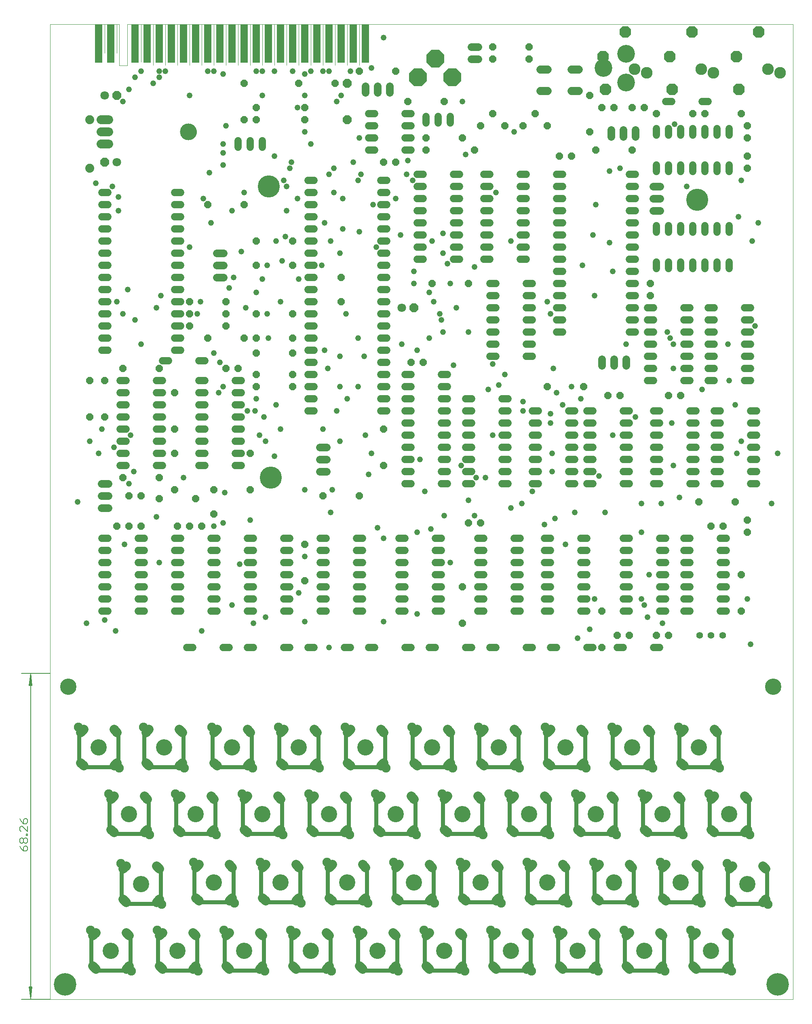
<source format=gts>
G75*
%MOIN*%
%OFA0B0*%
%FSLAX25Y25*%
%IPPOS*%
%LPD*%
%AMOC8*
5,1,8,0,0,1.08239X$1,22.5*
%
%ADD10C,0.00000*%
%ADD11C,0.00512*%
%ADD12C,0.00600*%
%ADD13C,0.06000*%
%ADD14C,0.07400*%
%ADD15C,0.13800*%
%ADD16OC8,0.06000*%
%ADD17OC8,0.07100*%
%ADD18C,0.07100*%
%ADD19OC8,0.09650*%
%ADD20C,0.09650*%
%ADD21OC8,0.14643*%
%ADD22R,0.06400X0.31800*%
%ADD23C,0.06400*%
%ADD24C,0.07400*%
%ADD25C,0.14643*%
%ADD26C,0.06800*%
%ADD27C,0.05556*%
%ADD28C,0.07493*%
%ADD29C,0.13398*%
%ADD30C,0.07600*%
%ADD31C,0.03200*%
%ADD32C,0.04762*%
%ADD33C,0.18580*%
%ADD34C,0.13461*%
%ADD35C,0.18186*%
D10*
X0028845Y0033933D02*
X0028845Y0837683D01*
X0073845Y0837683D01*
X0073845Y0813933D01*
X0083845Y0813933D02*
X0083845Y0837683D01*
X0073845Y0837683D01*
X0083845Y0837683D02*
X0085755Y0837683D01*
X0085755Y0803500D01*
X0092398Y0803500D01*
X0092398Y0837683D01*
X0103845Y0837683D01*
X0103845Y0806433D01*
X0113845Y0803933D02*
X0113845Y0837683D01*
X0103845Y0837683D02*
X0641266Y0837683D01*
X0641266Y0033933D01*
X0028845Y0033933D01*
X0136345Y0748933D02*
X0136347Y0749094D01*
X0136353Y0749254D01*
X0136363Y0749415D01*
X0136377Y0749575D01*
X0136395Y0749735D01*
X0136416Y0749894D01*
X0136442Y0750053D01*
X0136472Y0750211D01*
X0136505Y0750368D01*
X0136543Y0750525D01*
X0136584Y0750680D01*
X0136629Y0750834D01*
X0136678Y0750987D01*
X0136731Y0751139D01*
X0136787Y0751290D01*
X0136848Y0751439D01*
X0136911Y0751587D01*
X0136979Y0751733D01*
X0137050Y0751877D01*
X0137124Y0752019D01*
X0137202Y0752160D01*
X0137284Y0752298D01*
X0137369Y0752435D01*
X0137457Y0752569D01*
X0137549Y0752701D01*
X0137644Y0752831D01*
X0137742Y0752959D01*
X0137843Y0753084D01*
X0137947Y0753206D01*
X0138054Y0753326D01*
X0138164Y0753443D01*
X0138277Y0753558D01*
X0138393Y0753669D01*
X0138512Y0753778D01*
X0138633Y0753883D01*
X0138757Y0753986D01*
X0138883Y0754086D01*
X0139011Y0754182D01*
X0139142Y0754275D01*
X0139276Y0754365D01*
X0139411Y0754452D01*
X0139549Y0754535D01*
X0139688Y0754615D01*
X0139830Y0754691D01*
X0139973Y0754764D01*
X0140118Y0754833D01*
X0140265Y0754899D01*
X0140413Y0754961D01*
X0140563Y0755019D01*
X0140714Y0755074D01*
X0140867Y0755125D01*
X0141021Y0755172D01*
X0141176Y0755215D01*
X0141332Y0755254D01*
X0141488Y0755290D01*
X0141646Y0755321D01*
X0141804Y0755349D01*
X0141963Y0755373D01*
X0142123Y0755393D01*
X0142283Y0755409D01*
X0142443Y0755421D01*
X0142604Y0755429D01*
X0142765Y0755433D01*
X0142925Y0755433D01*
X0143086Y0755429D01*
X0143247Y0755421D01*
X0143407Y0755409D01*
X0143567Y0755393D01*
X0143727Y0755373D01*
X0143886Y0755349D01*
X0144044Y0755321D01*
X0144202Y0755290D01*
X0144358Y0755254D01*
X0144514Y0755215D01*
X0144669Y0755172D01*
X0144823Y0755125D01*
X0144976Y0755074D01*
X0145127Y0755019D01*
X0145277Y0754961D01*
X0145425Y0754899D01*
X0145572Y0754833D01*
X0145717Y0754764D01*
X0145860Y0754691D01*
X0146002Y0754615D01*
X0146141Y0754535D01*
X0146279Y0754452D01*
X0146414Y0754365D01*
X0146548Y0754275D01*
X0146679Y0754182D01*
X0146807Y0754086D01*
X0146933Y0753986D01*
X0147057Y0753883D01*
X0147178Y0753778D01*
X0147297Y0753669D01*
X0147413Y0753558D01*
X0147526Y0753443D01*
X0147636Y0753326D01*
X0147743Y0753206D01*
X0147847Y0753084D01*
X0147948Y0752959D01*
X0148046Y0752831D01*
X0148141Y0752701D01*
X0148233Y0752569D01*
X0148321Y0752435D01*
X0148406Y0752298D01*
X0148488Y0752160D01*
X0148566Y0752019D01*
X0148640Y0751877D01*
X0148711Y0751733D01*
X0148779Y0751587D01*
X0148842Y0751439D01*
X0148903Y0751290D01*
X0148959Y0751139D01*
X0149012Y0750987D01*
X0149061Y0750834D01*
X0149106Y0750680D01*
X0149147Y0750525D01*
X0149185Y0750368D01*
X0149218Y0750211D01*
X0149248Y0750053D01*
X0149274Y0749894D01*
X0149295Y0749735D01*
X0149313Y0749575D01*
X0149327Y0749415D01*
X0149337Y0749254D01*
X0149343Y0749094D01*
X0149345Y0748933D01*
X0149343Y0748772D01*
X0149337Y0748612D01*
X0149327Y0748451D01*
X0149313Y0748291D01*
X0149295Y0748131D01*
X0149274Y0747972D01*
X0149248Y0747813D01*
X0149218Y0747655D01*
X0149185Y0747498D01*
X0149147Y0747341D01*
X0149106Y0747186D01*
X0149061Y0747032D01*
X0149012Y0746879D01*
X0148959Y0746727D01*
X0148903Y0746576D01*
X0148842Y0746427D01*
X0148779Y0746279D01*
X0148711Y0746133D01*
X0148640Y0745989D01*
X0148566Y0745847D01*
X0148488Y0745706D01*
X0148406Y0745568D01*
X0148321Y0745431D01*
X0148233Y0745297D01*
X0148141Y0745165D01*
X0148046Y0745035D01*
X0147948Y0744907D01*
X0147847Y0744782D01*
X0147743Y0744660D01*
X0147636Y0744540D01*
X0147526Y0744423D01*
X0147413Y0744308D01*
X0147297Y0744197D01*
X0147178Y0744088D01*
X0147057Y0743983D01*
X0146933Y0743880D01*
X0146807Y0743780D01*
X0146679Y0743684D01*
X0146548Y0743591D01*
X0146414Y0743501D01*
X0146279Y0743414D01*
X0146141Y0743331D01*
X0146002Y0743251D01*
X0145860Y0743175D01*
X0145717Y0743102D01*
X0145572Y0743033D01*
X0145425Y0742967D01*
X0145277Y0742905D01*
X0145127Y0742847D01*
X0144976Y0742792D01*
X0144823Y0742741D01*
X0144669Y0742694D01*
X0144514Y0742651D01*
X0144358Y0742612D01*
X0144202Y0742576D01*
X0144044Y0742545D01*
X0143886Y0742517D01*
X0143727Y0742493D01*
X0143567Y0742473D01*
X0143407Y0742457D01*
X0143247Y0742445D01*
X0143086Y0742437D01*
X0142925Y0742433D01*
X0142765Y0742433D01*
X0142604Y0742437D01*
X0142443Y0742445D01*
X0142283Y0742457D01*
X0142123Y0742473D01*
X0141963Y0742493D01*
X0141804Y0742517D01*
X0141646Y0742545D01*
X0141488Y0742576D01*
X0141332Y0742612D01*
X0141176Y0742651D01*
X0141021Y0742694D01*
X0140867Y0742741D01*
X0140714Y0742792D01*
X0140563Y0742847D01*
X0140413Y0742905D01*
X0140265Y0742967D01*
X0140118Y0743033D01*
X0139973Y0743102D01*
X0139830Y0743175D01*
X0139688Y0743251D01*
X0139549Y0743331D01*
X0139411Y0743414D01*
X0139276Y0743501D01*
X0139142Y0743591D01*
X0139011Y0743684D01*
X0138883Y0743780D01*
X0138757Y0743880D01*
X0138633Y0743983D01*
X0138512Y0744088D01*
X0138393Y0744197D01*
X0138277Y0744308D01*
X0138164Y0744423D01*
X0138054Y0744540D01*
X0137947Y0744660D01*
X0137843Y0744782D01*
X0137742Y0744907D01*
X0137644Y0745035D01*
X0137549Y0745165D01*
X0137457Y0745297D01*
X0137369Y0745431D01*
X0137284Y0745568D01*
X0137202Y0745706D01*
X0137124Y0745847D01*
X0137050Y0745989D01*
X0136979Y0746133D01*
X0136911Y0746279D01*
X0136848Y0746427D01*
X0136787Y0746576D01*
X0136731Y0746727D01*
X0136678Y0746879D01*
X0136629Y0747032D01*
X0136584Y0747186D01*
X0136543Y0747341D01*
X0136505Y0747498D01*
X0136472Y0747655D01*
X0136442Y0747813D01*
X0136416Y0747972D01*
X0136395Y0748131D01*
X0136377Y0748291D01*
X0136363Y0748451D01*
X0136353Y0748612D01*
X0136347Y0748772D01*
X0136345Y0748933D01*
X0133845Y0803933D02*
X0133845Y0837683D01*
X0123845Y0837683D02*
X0123845Y0803933D01*
X0143845Y0803933D02*
X0143845Y0837683D01*
X0153845Y0837683D02*
X0153845Y0803933D01*
X0163845Y0803933D02*
X0163845Y0837683D01*
X0173845Y0837683D02*
X0173845Y0803933D01*
X0183845Y0803933D02*
X0183845Y0837683D01*
X0193845Y0837683D02*
X0193845Y0803933D01*
X0203845Y0803933D02*
X0203845Y0837683D01*
X0213845Y0837683D02*
X0213845Y0803933D01*
X0223845Y0803933D02*
X0223845Y0837683D01*
X0233845Y0837683D02*
X0233845Y0803933D01*
X0243845Y0803933D02*
X0243845Y0837683D01*
X0253845Y0837683D02*
X0253845Y0803933D01*
X0263845Y0803933D02*
X0263845Y0837683D01*
X0273845Y0837683D02*
X0273845Y0803933D01*
X0283845Y0803933D02*
X0283845Y0837683D01*
D11*
X0028845Y0033933D02*
X0004918Y0033933D01*
X0012595Y0034189D02*
X0013619Y0044169D01*
X0013852Y0044169D02*
X0012595Y0034189D01*
X0011572Y0044169D01*
X0011338Y0044169D02*
X0013852Y0044169D01*
X0013107Y0044169D02*
X0012595Y0034189D01*
X0012083Y0044169D01*
X0011338Y0044169D02*
X0012595Y0034189D01*
X0012595Y0302427D01*
X0013619Y0292447D01*
X0013852Y0292447D02*
X0012595Y0302427D01*
X0011572Y0292447D01*
X0011338Y0292447D02*
X0013852Y0292447D01*
X0013107Y0292447D02*
X0012595Y0302427D01*
X0012083Y0292447D01*
X0011338Y0292447D02*
X0012595Y0302427D01*
X0004918Y0302683D02*
X0028845Y0302683D01*
D12*
X0008966Y0182962D02*
X0007898Y0182962D01*
X0006831Y0181895D01*
X0006831Y0178692D01*
X0008966Y0178692D01*
X0010033Y0179760D01*
X0010033Y0181895D01*
X0008966Y0182962D01*
X0004695Y0180827D02*
X0006831Y0178692D01*
X0005763Y0176517D02*
X0010033Y0172247D01*
X0010033Y0176517D01*
X0005763Y0176517D02*
X0004695Y0176517D01*
X0003628Y0175449D01*
X0003628Y0173314D01*
X0004695Y0172247D01*
X0008966Y0170091D02*
X0010033Y0170091D01*
X0010033Y0169024D01*
X0008966Y0169024D01*
X0008966Y0170091D01*
X0008966Y0166849D02*
X0010033Y0165781D01*
X0010033Y0163646D01*
X0008966Y0162578D01*
X0007898Y0162578D01*
X0006831Y0163646D01*
X0006831Y0165781D01*
X0007898Y0166849D01*
X0008966Y0166849D01*
X0006831Y0165781D02*
X0005763Y0166849D01*
X0004695Y0166849D01*
X0003628Y0165781D01*
X0003628Y0163646D01*
X0004695Y0162578D01*
X0005763Y0162578D01*
X0006831Y0163646D01*
X0007898Y0160403D02*
X0006831Y0159336D01*
X0006831Y0156133D01*
X0008966Y0156133D01*
X0010033Y0157201D01*
X0010033Y0159336D01*
X0008966Y0160403D01*
X0007898Y0160403D01*
X0004695Y0158268D02*
X0006831Y0156133D01*
X0004695Y0158268D02*
X0003628Y0160403D01*
X0004695Y0180827D02*
X0003628Y0182962D01*
D13*
X0071245Y0353933D02*
X0076445Y0353933D01*
X0076445Y0363933D02*
X0071245Y0363933D01*
X0071245Y0373933D02*
X0076445Y0373933D01*
X0076445Y0383933D02*
X0071245Y0383933D01*
X0071245Y0393933D02*
X0076445Y0393933D01*
X0076445Y0403933D02*
X0071245Y0403933D01*
X0071245Y0413933D02*
X0076445Y0413933D01*
X0101245Y0413933D02*
X0106445Y0413933D01*
X0106445Y0403933D02*
X0101245Y0403933D01*
X0101245Y0393933D02*
X0106445Y0393933D01*
X0106445Y0383933D02*
X0101245Y0383933D01*
X0101245Y0373933D02*
X0106445Y0373933D01*
X0106445Y0363933D02*
X0101245Y0363933D01*
X0101245Y0353933D02*
X0106445Y0353933D01*
X0131245Y0353933D02*
X0136445Y0353933D01*
X0136445Y0363933D02*
X0131245Y0363933D01*
X0131245Y0373933D02*
X0136445Y0373933D01*
X0136445Y0383933D02*
X0131245Y0383933D01*
X0131245Y0393933D02*
X0136445Y0393933D01*
X0136445Y0403933D02*
X0131245Y0403933D01*
X0131245Y0413933D02*
X0136445Y0413933D01*
X0161245Y0413933D02*
X0166445Y0413933D01*
X0166445Y0403933D02*
X0161245Y0403933D01*
X0161245Y0393933D02*
X0166445Y0393933D01*
X0166445Y0383933D02*
X0161245Y0383933D01*
X0161245Y0373933D02*
X0166445Y0373933D01*
X0166445Y0363933D02*
X0161245Y0363933D01*
X0161245Y0353933D02*
X0166445Y0353933D01*
X0191245Y0353933D02*
X0196445Y0353933D01*
X0196445Y0363933D02*
X0191245Y0363933D01*
X0191245Y0373933D02*
X0196445Y0373933D01*
X0196445Y0383933D02*
X0191245Y0383933D01*
X0191245Y0393933D02*
X0196445Y0393933D01*
X0196445Y0403933D02*
X0191245Y0403933D01*
X0191245Y0413933D02*
X0196445Y0413933D01*
X0221245Y0413933D02*
X0226445Y0413933D01*
X0226445Y0403933D02*
X0221245Y0403933D01*
X0221245Y0393933D02*
X0226445Y0393933D01*
X0226445Y0383933D02*
X0221245Y0383933D01*
X0221245Y0373933D02*
X0226445Y0373933D01*
X0226445Y0363933D02*
X0221245Y0363933D01*
X0221245Y0353933D02*
X0226445Y0353933D01*
X0251245Y0353933D02*
X0256445Y0353933D01*
X0256445Y0363933D02*
X0251245Y0363933D01*
X0251245Y0373933D02*
X0256445Y0373933D01*
X0256445Y0383933D02*
X0251245Y0383933D01*
X0251245Y0393933D02*
X0256445Y0393933D01*
X0256445Y0403933D02*
X0251245Y0403933D01*
X0251245Y0413933D02*
X0256445Y0413933D01*
X0281245Y0413933D02*
X0286445Y0413933D01*
X0286445Y0403933D02*
X0281245Y0403933D01*
X0281245Y0393933D02*
X0286445Y0393933D01*
X0286445Y0383933D02*
X0281245Y0383933D01*
X0281245Y0373933D02*
X0286445Y0373933D01*
X0286445Y0363933D02*
X0281245Y0363933D01*
X0281245Y0353933D02*
X0286445Y0353933D01*
X0291245Y0323933D02*
X0296445Y0323933D01*
X0276445Y0323933D02*
X0271245Y0323933D01*
X0246445Y0323933D02*
X0241245Y0323933D01*
X0226445Y0323933D02*
X0221245Y0323933D01*
X0196445Y0323933D02*
X0191245Y0323933D01*
X0176445Y0323933D02*
X0171245Y0323933D01*
X0146445Y0323933D02*
X0141245Y0323933D01*
X0151245Y0473933D02*
X0156445Y0473933D01*
X0156445Y0483933D02*
X0151245Y0483933D01*
X0151245Y0493933D02*
X0156445Y0493933D01*
X0156445Y0503933D02*
X0151245Y0503933D01*
X0151245Y0513933D02*
X0156445Y0513933D01*
X0156445Y0523933D02*
X0151245Y0523933D01*
X0151245Y0533933D02*
X0156445Y0533933D01*
X0156445Y0543933D02*
X0151245Y0543933D01*
X0151245Y0560183D02*
X0156445Y0560183D01*
X0136445Y0568933D02*
X0131245Y0568933D01*
X0126445Y0560183D02*
X0121245Y0560183D01*
X0121445Y0543933D02*
X0116245Y0543933D01*
X0116245Y0533933D02*
X0121445Y0533933D01*
X0121445Y0523933D02*
X0116245Y0523933D01*
X0116245Y0513933D02*
X0121445Y0513933D01*
X0121445Y0503933D02*
X0116245Y0503933D01*
X0116245Y0493933D02*
X0121445Y0493933D01*
X0121445Y0483933D02*
X0116245Y0483933D01*
X0116245Y0473933D02*
X0121445Y0473933D01*
X0091445Y0473933D02*
X0086245Y0473933D01*
X0086245Y0483933D02*
X0091445Y0483933D01*
X0091445Y0493933D02*
X0086245Y0493933D01*
X0086245Y0503933D02*
X0091445Y0503933D01*
X0091445Y0513933D02*
X0086245Y0513933D01*
X0086245Y0523933D02*
X0091445Y0523933D01*
X0091445Y0533933D02*
X0086245Y0533933D01*
X0086245Y0543933D02*
X0091445Y0543933D01*
X0076445Y0568933D02*
X0071245Y0568933D01*
X0071245Y0578933D02*
X0076445Y0578933D01*
X0076445Y0588933D02*
X0071245Y0588933D01*
X0071245Y0598933D02*
X0076445Y0598933D01*
X0076445Y0608933D02*
X0071245Y0608933D01*
X0071245Y0618933D02*
X0076445Y0618933D01*
X0076445Y0628933D02*
X0071245Y0628933D01*
X0071245Y0638933D02*
X0076445Y0638933D01*
X0076445Y0648933D02*
X0071245Y0648933D01*
X0071245Y0658933D02*
X0076445Y0658933D01*
X0076445Y0668933D02*
X0071245Y0668933D01*
X0071245Y0678933D02*
X0076445Y0678933D01*
X0076445Y0688933D02*
X0071245Y0688933D01*
X0071245Y0698933D02*
X0076445Y0698933D01*
X0131245Y0698933D02*
X0136445Y0698933D01*
X0136445Y0688933D02*
X0131245Y0688933D01*
X0131245Y0678933D02*
X0136445Y0678933D01*
X0136445Y0668933D02*
X0131245Y0668933D01*
X0131245Y0658933D02*
X0136445Y0658933D01*
X0136445Y0648933D02*
X0131245Y0648933D01*
X0131245Y0638933D02*
X0136445Y0638933D01*
X0136445Y0628933D02*
X0131245Y0628933D01*
X0131245Y0618933D02*
X0136445Y0618933D01*
X0136445Y0608933D02*
X0131245Y0608933D01*
X0131245Y0598933D02*
X0136445Y0598933D01*
X0136445Y0588933D02*
X0131245Y0588933D01*
X0131245Y0578933D02*
X0136445Y0578933D01*
X0181245Y0543933D02*
X0186445Y0543933D01*
X0186445Y0533933D02*
X0181245Y0533933D01*
X0181245Y0523933D02*
X0186445Y0523933D01*
X0186445Y0513933D02*
X0181245Y0513933D01*
X0181245Y0503933D02*
X0186445Y0503933D01*
X0186445Y0493933D02*
X0181245Y0493933D01*
X0181245Y0483933D02*
X0186445Y0483933D01*
X0186445Y0473933D02*
X0181245Y0473933D01*
X0241245Y0518933D02*
X0246445Y0518933D01*
X0246445Y0528933D02*
X0241245Y0528933D01*
X0241245Y0538933D02*
X0246445Y0538933D01*
X0246445Y0548933D02*
X0241245Y0548933D01*
X0241245Y0558933D02*
X0246445Y0558933D01*
X0246445Y0568933D02*
X0241245Y0568933D01*
X0241245Y0578933D02*
X0246445Y0578933D01*
X0246445Y0588933D02*
X0241245Y0588933D01*
X0241245Y0598933D02*
X0246445Y0598933D01*
X0246445Y0608933D02*
X0241245Y0608933D01*
X0241245Y0618933D02*
X0246445Y0618933D01*
X0246445Y0628933D02*
X0241245Y0628933D01*
X0241245Y0638933D02*
X0246445Y0638933D01*
X0246445Y0648933D02*
X0241245Y0648933D01*
X0241245Y0658933D02*
X0246445Y0658933D01*
X0246445Y0668933D02*
X0241245Y0668933D01*
X0241245Y0678933D02*
X0246445Y0678933D01*
X0246445Y0688933D02*
X0241245Y0688933D01*
X0241245Y0698933D02*
X0246445Y0698933D01*
X0246445Y0708933D02*
X0241245Y0708933D01*
X0203845Y0736333D02*
X0203845Y0741533D01*
X0193845Y0741533D02*
X0193845Y0736333D01*
X0183845Y0736333D02*
X0183845Y0741533D01*
X0291245Y0743933D02*
X0296445Y0743933D01*
X0296445Y0733933D02*
X0291245Y0733933D01*
X0291245Y0753933D02*
X0296445Y0753933D01*
X0296445Y0763933D02*
X0291245Y0763933D01*
X0321245Y0763933D02*
X0326445Y0763933D01*
X0326445Y0753933D02*
X0321245Y0753933D01*
X0321245Y0743933D02*
X0326445Y0743933D01*
X0326445Y0733933D02*
X0321245Y0733933D01*
X0331245Y0713933D02*
X0336445Y0713933D01*
X0336445Y0703933D02*
X0331245Y0703933D01*
X0331245Y0693933D02*
X0336445Y0693933D01*
X0336445Y0683933D02*
X0331245Y0683933D01*
X0331245Y0673933D02*
X0336445Y0673933D01*
X0336445Y0663933D02*
X0331245Y0663933D01*
X0331245Y0653933D02*
X0336445Y0653933D01*
X0336445Y0643933D02*
X0331245Y0643933D01*
X0306445Y0638933D02*
X0301245Y0638933D01*
X0301245Y0628933D02*
X0306445Y0628933D01*
X0306445Y0618933D02*
X0301245Y0618933D01*
X0301245Y0608933D02*
X0306445Y0608933D01*
X0306445Y0598933D02*
X0301245Y0598933D01*
X0301245Y0588933D02*
X0306445Y0588933D01*
X0306445Y0578933D02*
X0301245Y0578933D01*
X0301245Y0568933D02*
X0306445Y0568933D01*
X0306445Y0558933D02*
X0301245Y0558933D01*
X0301245Y0548933D02*
X0306445Y0548933D01*
X0306445Y0538933D02*
X0301245Y0538933D01*
X0301245Y0528933D02*
X0306445Y0528933D01*
X0306445Y0518933D02*
X0301245Y0518933D01*
X0321245Y0518933D02*
X0326445Y0518933D01*
X0326445Y0508933D02*
X0321245Y0508933D01*
X0321245Y0498933D02*
X0326445Y0498933D01*
X0326445Y0488933D02*
X0321245Y0488933D01*
X0321245Y0478933D02*
X0326445Y0478933D01*
X0326445Y0468933D02*
X0321245Y0468933D01*
X0321245Y0458933D02*
X0326445Y0458933D01*
X0351245Y0458933D02*
X0356445Y0458933D01*
X0356445Y0468933D02*
X0351245Y0468933D01*
X0351245Y0478933D02*
X0356445Y0478933D01*
X0356445Y0488933D02*
X0351245Y0488933D01*
X0351245Y0498933D02*
X0356445Y0498933D01*
X0356445Y0508933D02*
X0351245Y0508933D01*
X0351245Y0518933D02*
X0356445Y0518933D01*
X0356445Y0528933D02*
X0351245Y0528933D01*
X0351245Y0538933D02*
X0356445Y0538933D01*
X0356445Y0548933D02*
X0351245Y0548933D01*
X0371245Y0528933D02*
X0376445Y0528933D01*
X0376445Y0518933D02*
X0371245Y0518933D01*
X0371245Y0508933D02*
X0376445Y0508933D01*
X0376445Y0498933D02*
X0371245Y0498933D01*
X0371245Y0488933D02*
X0376445Y0488933D01*
X0376445Y0478933D02*
X0371245Y0478933D01*
X0371245Y0468933D02*
X0376445Y0468933D01*
X0376445Y0458933D02*
X0371245Y0458933D01*
X0401245Y0458933D02*
X0406445Y0458933D01*
X0406445Y0468933D02*
X0401245Y0468933D01*
X0401245Y0478933D02*
X0406445Y0478933D01*
X0406445Y0488933D02*
X0401245Y0488933D01*
X0401245Y0498933D02*
X0406445Y0498933D01*
X0406445Y0508933D02*
X0401245Y0508933D01*
X0401245Y0518933D02*
X0406445Y0518933D01*
X0406445Y0528933D02*
X0401245Y0528933D01*
X0426245Y0518933D02*
X0431445Y0518933D01*
X0431445Y0508933D02*
X0426245Y0508933D01*
X0426245Y0498933D02*
X0431445Y0498933D01*
X0431445Y0488933D02*
X0426245Y0488933D01*
X0426245Y0478933D02*
X0431445Y0478933D01*
X0431445Y0468933D02*
X0426245Y0468933D01*
X0426245Y0458933D02*
X0431445Y0458933D01*
X0456245Y0458933D02*
X0461445Y0458933D01*
X0461445Y0468933D02*
X0456245Y0468933D01*
X0456245Y0478933D02*
X0461445Y0478933D01*
X0461445Y0488933D02*
X0456245Y0488933D01*
X0456245Y0498933D02*
X0461445Y0498933D01*
X0461445Y0508933D02*
X0456245Y0508933D01*
X0456245Y0518933D02*
X0461445Y0518933D01*
X0471245Y0518933D02*
X0476445Y0518933D01*
X0476445Y0508933D02*
X0471245Y0508933D01*
X0471245Y0498933D02*
X0476445Y0498933D01*
X0476445Y0488933D02*
X0471245Y0488933D01*
X0471245Y0478933D02*
X0476445Y0478933D01*
X0476445Y0468933D02*
X0471245Y0468933D01*
X0471245Y0458933D02*
X0476445Y0458933D01*
X0501245Y0458933D02*
X0506445Y0458933D01*
X0506445Y0468933D02*
X0501245Y0468933D01*
X0501245Y0478933D02*
X0506445Y0478933D01*
X0506445Y0488933D02*
X0501245Y0488933D01*
X0501245Y0498933D02*
X0506445Y0498933D01*
X0506445Y0508933D02*
X0501245Y0508933D01*
X0501245Y0518933D02*
X0506445Y0518933D01*
X0526245Y0518933D02*
X0531445Y0518933D01*
X0531445Y0508933D02*
X0526245Y0508933D01*
X0526245Y0498933D02*
X0531445Y0498933D01*
X0531445Y0488933D02*
X0526245Y0488933D01*
X0526245Y0478933D02*
X0531445Y0478933D01*
X0531445Y0468933D02*
X0526245Y0468933D01*
X0526245Y0458933D02*
X0531445Y0458933D01*
X0556245Y0458933D02*
X0561445Y0458933D01*
X0561445Y0468933D02*
X0556245Y0468933D01*
X0556245Y0478933D02*
X0561445Y0478933D01*
X0561445Y0488933D02*
X0556245Y0488933D01*
X0556245Y0498933D02*
X0561445Y0498933D01*
X0561445Y0508933D02*
X0556245Y0508933D01*
X0556245Y0518933D02*
X0561445Y0518933D01*
X0576245Y0518933D02*
X0581445Y0518933D01*
X0581445Y0508933D02*
X0576245Y0508933D01*
X0576245Y0498933D02*
X0581445Y0498933D01*
X0581445Y0488933D02*
X0576245Y0488933D01*
X0576245Y0478933D02*
X0581445Y0478933D01*
X0581445Y0468933D02*
X0576245Y0468933D01*
X0576245Y0458933D02*
X0581445Y0458933D01*
X0606245Y0458933D02*
X0611445Y0458933D01*
X0611445Y0468933D02*
X0606245Y0468933D01*
X0606245Y0478933D02*
X0611445Y0478933D01*
X0611445Y0488933D02*
X0606245Y0488933D01*
X0606245Y0498933D02*
X0611445Y0498933D01*
X0611445Y0508933D02*
X0606245Y0508933D01*
X0606245Y0518933D02*
X0611445Y0518933D01*
X0606445Y0543933D02*
X0601245Y0543933D01*
X0601245Y0553933D02*
X0606445Y0553933D01*
X0606445Y0563933D02*
X0601245Y0563933D01*
X0601245Y0573933D02*
X0606445Y0573933D01*
X0606445Y0583933D02*
X0601245Y0583933D01*
X0601245Y0593933D02*
X0606445Y0593933D01*
X0606445Y0603933D02*
X0601245Y0603933D01*
X0576445Y0603933D02*
X0571245Y0603933D01*
X0571245Y0593933D02*
X0576445Y0593933D01*
X0576445Y0583933D02*
X0571245Y0583933D01*
X0571245Y0573933D02*
X0576445Y0573933D01*
X0576445Y0563933D02*
X0571245Y0563933D01*
X0571245Y0553933D02*
X0576445Y0553933D01*
X0576445Y0543933D02*
X0571245Y0543933D01*
X0556445Y0543933D02*
X0551245Y0543933D01*
X0551245Y0553933D02*
X0556445Y0553933D01*
X0556445Y0563933D02*
X0551245Y0563933D01*
X0551245Y0573933D02*
X0556445Y0573933D01*
X0556445Y0583933D02*
X0551245Y0583933D01*
X0551245Y0593933D02*
X0556445Y0593933D01*
X0556445Y0603933D02*
X0551245Y0603933D01*
X0526445Y0603933D02*
X0521245Y0603933D01*
X0511445Y0603933D02*
X0506245Y0603933D01*
X0506245Y0593933D02*
X0511445Y0593933D01*
X0521245Y0593933D02*
X0526445Y0593933D01*
X0526445Y0583933D02*
X0521245Y0583933D01*
X0511445Y0583933D02*
X0506245Y0583933D01*
X0521245Y0573933D02*
X0526445Y0573933D01*
X0526445Y0563933D02*
X0521245Y0563933D01*
X0521245Y0553933D02*
X0526445Y0553933D01*
X0526445Y0543933D02*
X0521245Y0543933D01*
X0511445Y0613933D02*
X0506245Y0613933D01*
X0506245Y0623933D02*
X0511445Y0623933D01*
X0511445Y0633933D02*
X0506245Y0633933D01*
X0506245Y0643933D02*
X0511445Y0643933D01*
X0511445Y0653933D02*
X0506245Y0653933D01*
X0506245Y0663933D02*
X0511445Y0663933D01*
X0511445Y0673933D02*
X0506245Y0673933D01*
X0506245Y0683933D02*
X0511445Y0683933D01*
X0511445Y0693933D02*
X0506245Y0693933D01*
X0506245Y0703933D02*
X0511445Y0703933D01*
X0511445Y0713933D02*
X0506245Y0713933D01*
X0528845Y0716333D02*
X0528845Y0721533D01*
X0538845Y0721533D02*
X0538845Y0716333D01*
X0548845Y0716333D02*
X0548845Y0721533D01*
X0558845Y0721533D02*
X0558845Y0716333D01*
X0568845Y0716333D02*
X0568845Y0721533D01*
X0578845Y0721533D02*
X0578845Y0716333D01*
X0588845Y0716333D02*
X0588845Y0721533D01*
X0588845Y0746333D02*
X0588845Y0751533D01*
X0578845Y0751533D02*
X0578845Y0746333D01*
X0568845Y0746333D02*
X0568845Y0751533D01*
X0558845Y0751533D02*
X0558845Y0746333D01*
X0548845Y0746333D02*
X0548845Y0751533D01*
X0538845Y0751533D02*
X0538845Y0746333D01*
X0528845Y0746333D02*
X0528845Y0751533D01*
X0536245Y0773933D02*
X0541445Y0773933D01*
X0566245Y0773933D02*
X0571445Y0773933D01*
X0568845Y0671533D02*
X0568845Y0666333D01*
X0558845Y0666333D02*
X0558845Y0671533D01*
X0548845Y0671533D02*
X0548845Y0666333D01*
X0538845Y0666333D02*
X0538845Y0671533D01*
X0528845Y0671533D02*
X0528845Y0666333D01*
X0528845Y0641533D02*
X0528845Y0636333D01*
X0538845Y0636333D02*
X0538845Y0641533D01*
X0548845Y0641533D02*
X0548845Y0636333D01*
X0558845Y0636333D02*
X0558845Y0641533D01*
X0568845Y0641533D02*
X0568845Y0636333D01*
X0578845Y0636333D02*
X0578845Y0641533D01*
X0588845Y0641533D02*
X0588845Y0636333D01*
X0588845Y0666333D02*
X0588845Y0671533D01*
X0578845Y0671533D02*
X0578845Y0666333D01*
X0451445Y0663933D02*
X0446245Y0663933D01*
X0446245Y0653933D02*
X0451445Y0653933D01*
X0451445Y0643933D02*
X0446245Y0643933D01*
X0446245Y0633933D02*
X0451445Y0633933D01*
X0451445Y0623933D02*
X0446245Y0623933D01*
X0446245Y0613933D02*
X0451445Y0613933D01*
X0451445Y0603933D02*
X0446245Y0603933D01*
X0446245Y0593933D02*
X0451445Y0593933D01*
X0451445Y0583933D02*
X0446245Y0583933D01*
X0426445Y0583933D02*
X0421245Y0583933D01*
X0421245Y0573933D02*
X0426445Y0573933D01*
X0426445Y0563933D02*
X0421245Y0563933D01*
X0396445Y0563933D02*
X0391245Y0563933D01*
X0391245Y0573933D02*
X0396445Y0573933D01*
X0396445Y0583933D02*
X0391245Y0583933D01*
X0391245Y0593933D02*
X0396445Y0593933D01*
X0396445Y0603933D02*
X0391245Y0603933D01*
X0391245Y0613933D02*
X0396445Y0613933D01*
X0396445Y0623933D02*
X0391245Y0623933D01*
X0391445Y0643933D02*
X0386245Y0643933D01*
X0386245Y0653933D02*
X0391445Y0653933D01*
X0391445Y0663933D02*
X0386245Y0663933D01*
X0386245Y0673933D02*
X0391445Y0673933D01*
X0391445Y0683933D02*
X0386245Y0683933D01*
X0386245Y0693933D02*
X0391445Y0693933D01*
X0391445Y0703933D02*
X0386245Y0703933D01*
X0386245Y0713933D02*
X0391445Y0713933D01*
X0416245Y0713933D02*
X0421445Y0713933D01*
X0421445Y0703933D02*
X0416245Y0703933D01*
X0416245Y0693933D02*
X0421445Y0693933D01*
X0421445Y0683933D02*
X0416245Y0683933D01*
X0416245Y0673933D02*
X0421445Y0673933D01*
X0421445Y0663933D02*
X0416245Y0663933D01*
X0416245Y0653933D02*
X0421445Y0653933D01*
X0421445Y0643933D02*
X0416245Y0643933D01*
X0421245Y0623933D02*
X0426445Y0623933D01*
X0426445Y0613933D02*
X0421245Y0613933D01*
X0421245Y0603933D02*
X0426445Y0603933D01*
X0426445Y0593933D02*
X0421245Y0593933D01*
X0366445Y0643933D02*
X0361245Y0643933D01*
X0361245Y0653933D02*
X0366445Y0653933D01*
X0366445Y0663933D02*
X0361245Y0663933D01*
X0361245Y0673933D02*
X0366445Y0673933D01*
X0366445Y0683933D02*
X0361245Y0683933D01*
X0361245Y0693933D02*
X0366445Y0693933D01*
X0366445Y0703933D02*
X0361245Y0703933D01*
X0361245Y0713933D02*
X0366445Y0713933D01*
X0358845Y0756333D02*
X0358845Y0761533D01*
X0348845Y0761533D02*
X0348845Y0756333D01*
X0338845Y0756333D02*
X0338845Y0761533D01*
X0306445Y0708933D02*
X0301245Y0708933D01*
X0301245Y0698933D02*
X0306445Y0698933D01*
X0306445Y0688933D02*
X0301245Y0688933D01*
X0301245Y0678933D02*
X0306445Y0678933D01*
X0306445Y0668933D02*
X0301245Y0668933D01*
X0301245Y0658933D02*
X0306445Y0658933D01*
X0306445Y0648933D02*
X0301245Y0648933D01*
X0321245Y0548933D02*
X0326445Y0548933D01*
X0326445Y0538933D02*
X0321245Y0538933D01*
X0321245Y0528933D02*
X0326445Y0528933D01*
X0321445Y0413933D02*
X0316245Y0413933D01*
X0316245Y0403933D02*
X0321445Y0403933D01*
X0321445Y0393933D02*
X0316245Y0393933D01*
X0316245Y0383933D02*
X0321445Y0383933D01*
X0321445Y0373933D02*
X0316245Y0373933D01*
X0316245Y0363933D02*
X0321445Y0363933D01*
X0321445Y0353933D02*
X0316245Y0353933D01*
X0346245Y0353933D02*
X0351445Y0353933D01*
X0351445Y0363933D02*
X0346245Y0363933D01*
X0346245Y0373933D02*
X0351445Y0373933D01*
X0351445Y0383933D02*
X0346245Y0383933D01*
X0346245Y0393933D02*
X0351445Y0393933D01*
X0351445Y0403933D02*
X0346245Y0403933D01*
X0346245Y0413933D02*
X0351445Y0413933D01*
X0381245Y0413933D02*
X0386445Y0413933D01*
X0386445Y0403933D02*
X0381245Y0403933D01*
X0381245Y0393933D02*
X0386445Y0393933D01*
X0386445Y0383933D02*
X0381245Y0383933D01*
X0381245Y0373933D02*
X0386445Y0373933D01*
X0386445Y0363933D02*
X0381245Y0363933D01*
X0381245Y0353933D02*
X0386445Y0353933D01*
X0411245Y0353933D02*
X0416445Y0353933D01*
X0416445Y0363933D02*
X0411245Y0363933D01*
X0411245Y0373933D02*
X0416445Y0373933D01*
X0416445Y0383933D02*
X0411245Y0383933D01*
X0411245Y0393933D02*
X0416445Y0393933D01*
X0416445Y0403933D02*
X0411245Y0403933D01*
X0411245Y0413933D02*
X0416445Y0413933D01*
X0436245Y0413933D02*
X0441445Y0413933D01*
X0441445Y0403933D02*
X0436245Y0403933D01*
X0436245Y0393933D02*
X0441445Y0393933D01*
X0441445Y0383933D02*
X0436245Y0383933D01*
X0436245Y0373933D02*
X0441445Y0373933D01*
X0441445Y0363933D02*
X0436245Y0363933D01*
X0436245Y0353933D02*
X0441445Y0353933D01*
X0466245Y0353933D02*
X0471445Y0353933D01*
X0471445Y0363933D02*
X0466245Y0363933D01*
X0466245Y0373933D02*
X0471445Y0373933D01*
X0471445Y0383933D02*
X0466245Y0383933D01*
X0466245Y0393933D02*
X0471445Y0393933D01*
X0471445Y0403933D02*
X0466245Y0403933D01*
X0466245Y0413933D02*
X0471445Y0413933D01*
X0501245Y0413933D02*
X0506445Y0413933D01*
X0506445Y0403933D02*
X0501245Y0403933D01*
X0501245Y0393933D02*
X0506445Y0393933D01*
X0506445Y0383933D02*
X0501245Y0383933D01*
X0501245Y0373933D02*
X0506445Y0373933D01*
X0506445Y0363933D02*
X0501245Y0363933D01*
X0501245Y0353933D02*
X0506445Y0353933D01*
X0531245Y0353933D02*
X0536445Y0353933D01*
X0536445Y0363933D02*
X0531245Y0363933D01*
X0531245Y0373933D02*
X0536445Y0373933D01*
X0536445Y0383933D02*
X0531245Y0383933D01*
X0531245Y0393933D02*
X0536445Y0393933D01*
X0536445Y0403933D02*
X0531245Y0403933D01*
X0531245Y0413933D02*
X0536445Y0413933D01*
X0551245Y0413933D02*
X0556445Y0413933D01*
X0556445Y0403933D02*
X0551245Y0403933D01*
X0551245Y0393933D02*
X0556445Y0393933D01*
X0556445Y0383933D02*
X0551245Y0383933D01*
X0551245Y0373933D02*
X0556445Y0373933D01*
X0556445Y0363933D02*
X0551245Y0363933D01*
X0551245Y0353933D02*
X0556445Y0353933D01*
X0581245Y0353933D02*
X0586445Y0353933D01*
X0586445Y0363933D02*
X0581245Y0363933D01*
X0581245Y0373933D02*
X0586445Y0373933D01*
X0586445Y0383933D02*
X0581245Y0383933D01*
X0581245Y0393933D02*
X0586445Y0393933D01*
X0586445Y0403933D02*
X0581245Y0403933D01*
X0581245Y0413933D02*
X0586445Y0413933D01*
X0531445Y0323933D02*
X0526245Y0323933D01*
X0501445Y0323933D02*
X0496245Y0323933D01*
X0476445Y0323933D02*
X0471245Y0323933D01*
X0446445Y0323933D02*
X0441245Y0323933D01*
X0426445Y0323933D02*
X0421245Y0323933D01*
X0396445Y0323933D02*
X0391245Y0323933D01*
X0376445Y0323933D02*
X0371245Y0323933D01*
X0346445Y0323933D02*
X0341245Y0323933D01*
X0326445Y0323933D02*
X0321245Y0323933D01*
X0446245Y0673933D02*
X0451445Y0673933D01*
X0451445Y0683933D02*
X0446245Y0683933D01*
X0446245Y0693933D02*
X0451445Y0693933D01*
X0451445Y0703933D02*
X0446245Y0703933D01*
X0446245Y0713933D02*
X0451445Y0713933D01*
D14*
X0077145Y0738933D02*
X0070545Y0738933D01*
X0070545Y0748933D02*
X0077145Y0748933D01*
X0077145Y0758933D02*
X0070545Y0758933D01*
D15*
X0142845Y0748933D03*
D16*
X0188845Y0758933D03*
X0198845Y0758933D03*
X0198845Y0768933D03*
X0188845Y0788933D03*
X0233845Y0788933D03*
X0238845Y0768933D03*
X0238845Y0758933D03*
X0263845Y0788933D03*
X0283845Y0798933D03*
X0313845Y0798933D03*
X0323845Y0773933D03*
X0353845Y0773933D03*
X0338845Y0743933D03*
X0338845Y0733933D03*
X0313845Y0723933D03*
X0303845Y0723933D03*
X0368845Y0743933D03*
X0378845Y0733933D03*
X0383845Y0753933D03*
X0393845Y0763933D03*
X0403845Y0753933D03*
X0418845Y0753933D03*
X0428845Y0763933D03*
X0438845Y0753933D03*
X0448845Y0728933D03*
X0458845Y0728933D03*
X0478845Y0733933D03*
X0473845Y0748933D03*
X0483845Y0768933D03*
X0473845Y0778933D03*
X0493845Y0768933D03*
X0508845Y0768933D03*
X0518845Y0768933D03*
X0528845Y0763933D03*
X0508845Y0733933D03*
X0558845Y0763933D03*
X0568845Y0763933D03*
X0598845Y0763933D03*
X0603845Y0753933D03*
X0603845Y0743933D03*
X0603845Y0728933D03*
X0603845Y0718933D03*
X0523845Y0623933D03*
X0523845Y0613933D03*
X0468845Y0538933D03*
X0488845Y0531433D03*
X0498845Y0531433D03*
X0538845Y0531433D03*
X0548845Y0531433D03*
X0563845Y0443933D03*
X0573845Y0423933D03*
X0583845Y0423933D03*
X0593845Y0443933D03*
X0603845Y0428933D03*
X0603845Y0418933D03*
X0598845Y0383933D03*
X0598845Y0353933D03*
X0538845Y0333933D03*
X0528845Y0333933D03*
X0506345Y0333933D03*
X0496345Y0333933D03*
X0483845Y0323933D03*
X0483845Y0353933D03*
X0383845Y0426433D03*
X0373845Y0426433D03*
X0368845Y0373933D03*
X0368845Y0343933D03*
X0283845Y0448933D03*
X0303845Y0473933D03*
X0303845Y0503933D03*
X0326345Y0558933D03*
X0336345Y0558933D03*
X0343845Y0623933D03*
X0373845Y0623933D03*
X0438845Y0538933D03*
X0268845Y0608933D03*
X0268845Y0628933D03*
X0228845Y0638933D03*
X0228845Y0658933D03*
X0198845Y0658933D03*
X0198845Y0638933D03*
X0173845Y0608933D03*
X0173845Y0598933D03*
X0173845Y0588933D03*
X0158845Y0578933D03*
X0143845Y0588933D03*
X0143845Y0598933D03*
X0143845Y0608933D03*
X0118845Y0553933D03*
X0131345Y0533933D03*
X0131345Y0503933D03*
X0131345Y0483933D03*
X0118845Y0463933D03*
X0131345Y0453933D03*
X0118845Y0446433D03*
X0103845Y0448933D03*
X0093845Y0448933D03*
X0088845Y0463933D03*
X0083845Y0423933D03*
X0093845Y0423933D03*
X0103845Y0423933D03*
X0133845Y0423933D03*
X0143845Y0423933D03*
X0153845Y0423933D03*
X0163845Y0433933D03*
X0148845Y0446433D03*
X0163845Y0453933D03*
X0193845Y0453933D03*
X0193845Y0483933D03*
X0198845Y0538933D03*
X0198845Y0548933D03*
X0183845Y0553933D03*
X0173845Y0553933D03*
X0188845Y0578933D03*
X0198845Y0578933D03*
X0198845Y0566433D03*
X0198845Y0598933D03*
X0228845Y0598933D03*
X0228845Y0578933D03*
X0228845Y0566433D03*
X0228845Y0548933D03*
X0228845Y0538933D03*
X0253845Y0448933D03*
X0238845Y0408933D03*
X0238845Y0378933D03*
X0088845Y0553933D03*
X0073845Y0543933D03*
X0061345Y0543933D03*
X0061345Y0513933D03*
X0073845Y0513933D03*
X0158845Y0688933D03*
X0188845Y0688933D03*
X0393845Y0808933D03*
X0393845Y0818933D03*
X0423845Y0818933D03*
X0423845Y0808933D03*
D17*
X0273845Y0788933D03*
X0273845Y0758933D03*
X0328845Y0603933D03*
X0083845Y0778933D03*
X0073845Y0723933D03*
D18*
X0083845Y0723933D03*
X0073845Y0778933D03*
X0318845Y0603933D03*
D19*
X0486645Y0783833D03*
X0484545Y0810833D03*
X0503045Y0831133D03*
X0539545Y0810833D03*
X0558045Y0831133D03*
X0541645Y0783833D03*
X0596645Y0783833D03*
X0594545Y0810833D03*
X0613045Y0831133D03*
D20*
X0620745Y0800733D03*
X0630645Y0797733D03*
X0575645Y0797733D03*
X0565745Y0800733D03*
X0520645Y0797733D03*
X0510745Y0800733D03*
D21*
X0360499Y0793933D03*
X0346345Y0809366D03*
X0332192Y0793933D03*
D22*
X0288845Y0821433D03*
X0278845Y0821433D03*
X0268845Y0821433D03*
X0258845Y0821433D03*
X0248845Y0821433D03*
X0238845Y0821433D03*
X0228845Y0821433D03*
X0218845Y0821433D03*
X0208845Y0821433D03*
X0198845Y0821433D03*
X0188845Y0821433D03*
X0178845Y0821433D03*
X0168845Y0821433D03*
X0158845Y0821433D03*
X0148845Y0821433D03*
X0138845Y0821433D03*
X0128845Y0821433D03*
X0118845Y0821433D03*
X0108845Y0821433D03*
X0098845Y0821433D03*
X0078845Y0821433D03*
X0068845Y0821433D03*
D23*
X0166045Y0648933D02*
X0171645Y0648933D01*
X0171645Y0638933D02*
X0166045Y0638933D01*
X0166045Y0628933D02*
X0171645Y0628933D01*
X0251045Y0488933D02*
X0256645Y0488933D01*
X0256645Y0478933D02*
X0251045Y0478933D01*
X0251045Y0468933D02*
X0256645Y0468933D01*
X0076645Y0458933D02*
X0071045Y0458933D01*
X0071045Y0448933D02*
X0076645Y0448933D01*
X0076645Y0438933D02*
X0071045Y0438933D01*
X0288845Y0781133D02*
X0288845Y0786733D01*
X0298845Y0786733D02*
X0298845Y0781133D01*
X0308845Y0781133D02*
X0308845Y0786733D01*
X0376045Y0808933D02*
X0381645Y0808933D01*
X0381645Y0818933D02*
X0376045Y0818933D01*
X0491345Y0750483D02*
X0491345Y0744883D01*
X0501345Y0744883D02*
X0501345Y0750483D01*
X0511345Y0750483D02*
X0511345Y0744883D01*
X0526045Y0703933D02*
X0531645Y0703933D01*
X0531645Y0693933D02*
X0526045Y0693933D01*
X0526045Y0683933D02*
X0531645Y0683933D01*
X0503845Y0561733D02*
X0503845Y0556133D01*
X0493845Y0556133D02*
X0493845Y0561733D01*
X0483845Y0561733D02*
X0483845Y0556133D01*
D24*
X0061345Y0718933D03*
X0061345Y0758933D03*
D25*
X0484948Y0801433D03*
X0503845Y0789622D03*
X0503845Y0813244D03*
D26*
X0464645Y0800333D02*
X0458645Y0800333D01*
X0458645Y0782533D02*
X0464645Y0782533D01*
X0439045Y0782533D02*
X0433045Y0782533D01*
X0433045Y0800333D02*
X0439045Y0800333D01*
D27*
X0564345Y0333933D03*
X0573739Y0333933D03*
X0583345Y0333933D03*
D28*
X0546988Y0258291D03*
X0525703Y0224576D03*
X0516988Y0203291D03*
X0495703Y0169576D03*
X0476988Y0147041D03*
X0455703Y0113326D03*
X0446988Y0090791D03*
X0425703Y0057076D03*
X0391988Y0090791D03*
X0400703Y0113326D03*
X0421988Y0147041D03*
X0440703Y0169576D03*
X0461988Y0203291D03*
X0470703Y0224576D03*
X0491988Y0258291D03*
X0436988Y0258291D03*
X0415703Y0224576D03*
X0406988Y0203291D03*
X0385703Y0169576D03*
X0366988Y0147041D03*
X0345703Y0113326D03*
X0336988Y0090791D03*
X0315703Y0057076D03*
X0281988Y0090791D03*
X0290703Y0113326D03*
X0311988Y0147041D03*
X0330703Y0169576D03*
X0351988Y0203291D03*
X0360703Y0224576D03*
X0381988Y0258291D03*
X0326988Y0258291D03*
X0305703Y0224576D03*
X0296988Y0203291D03*
X0275703Y0169576D03*
X0256988Y0147041D03*
X0235703Y0113326D03*
X0226988Y0090791D03*
X0205703Y0057076D03*
X0171988Y0090791D03*
X0180703Y0113326D03*
X0201988Y0147041D03*
X0220703Y0169576D03*
X0241988Y0203291D03*
X0250703Y0224576D03*
X0271988Y0258291D03*
X0216988Y0258291D03*
X0195703Y0224576D03*
X0186988Y0203291D03*
X0165703Y0169576D03*
X0146988Y0147041D03*
X0120703Y0112076D03*
X0116988Y0090791D03*
X0095703Y0057076D03*
X0061988Y0090791D03*
X0086988Y0145791D03*
X0110703Y0169576D03*
X0131988Y0203291D03*
X0139453Y0224576D03*
X0161988Y0258291D03*
X0105738Y0258291D03*
X0085703Y0224576D03*
X0076988Y0203291D03*
X0051988Y0258291D03*
X0150703Y0057076D03*
X0260703Y0057076D03*
X0370703Y0057076D03*
X0480703Y0057076D03*
X0501988Y0090791D03*
X0510703Y0113326D03*
X0531988Y0147041D03*
X0550703Y0169576D03*
X0571988Y0203291D03*
X0580703Y0224576D03*
X0605703Y0169576D03*
X0586988Y0145791D03*
X0565703Y0113326D03*
X0556988Y0090791D03*
X0535703Y0057076D03*
X0590703Y0057076D03*
X0620703Y0112076D03*
D29*
X0603845Y0128933D03*
X0573845Y0073933D03*
X0548845Y0130183D03*
X0533845Y0186433D03*
X0493845Y0130183D03*
X0478845Y0186433D03*
X0438845Y0130183D03*
X0423845Y0186433D03*
X0383845Y0130183D03*
X0368845Y0186433D03*
X0328845Y0130183D03*
X0313845Y0186433D03*
X0273845Y0130183D03*
X0258845Y0186433D03*
X0218845Y0130183D03*
X0203845Y0186433D03*
X0163845Y0130183D03*
X0148845Y0186433D03*
X0122595Y0241433D03*
X0093845Y0186433D03*
X0103845Y0128933D03*
X0078845Y0073933D03*
X0133845Y0073933D03*
X0188845Y0073933D03*
X0243845Y0073933D03*
X0298845Y0073933D03*
X0353845Y0073933D03*
X0408845Y0073933D03*
X0463845Y0073933D03*
X0518845Y0073933D03*
X0588845Y0186433D03*
X0563845Y0241433D03*
X0508845Y0241433D03*
X0453845Y0241433D03*
X0398845Y0241433D03*
X0343845Y0241433D03*
X0288845Y0241433D03*
X0233845Y0241433D03*
X0178845Y0241433D03*
X0068845Y0241433D03*
D30*
X0053845Y0228933D02*
X0056345Y0226433D01*
X0053845Y0253933D02*
X0056345Y0256433D01*
X0081345Y0256433D02*
X0083845Y0253933D01*
X0107595Y0253933D02*
X0110095Y0256433D01*
X0107595Y0228933D02*
X0110095Y0226433D01*
X0106345Y0201433D02*
X0108845Y0198933D01*
X0108845Y0173933D02*
X0106345Y0171433D01*
X0081345Y0171433D02*
X0078845Y0173933D01*
X0078845Y0198933D02*
X0081345Y0201433D01*
X0081345Y0226433D02*
X0083845Y0228933D01*
X0133845Y0198933D02*
X0136345Y0201433D01*
X0161345Y0201433D02*
X0163845Y0198933D01*
X0163845Y0173933D02*
X0161345Y0171433D01*
X0136345Y0171433D02*
X0133845Y0173933D01*
X0151345Y0145183D02*
X0148845Y0142683D01*
X0148845Y0117683D02*
X0151345Y0115183D01*
X0146345Y0088933D02*
X0148845Y0086433D01*
X0148845Y0061433D02*
X0146345Y0058933D01*
X0121345Y0058933D02*
X0118845Y0061433D01*
X0118845Y0086433D02*
X0121345Y0088933D01*
X0116345Y0113933D02*
X0118845Y0116433D01*
X0118845Y0141433D02*
X0116345Y0143933D01*
X0091345Y0143933D02*
X0088845Y0141433D01*
X0088845Y0116433D02*
X0091345Y0113933D01*
X0091345Y0088933D02*
X0093845Y0086433D01*
X0093845Y0061433D02*
X0091345Y0058933D01*
X0066345Y0058933D02*
X0063845Y0061433D01*
X0063845Y0086433D02*
X0066345Y0088933D01*
X0173845Y0086433D02*
X0176345Y0088933D01*
X0201345Y0088933D02*
X0203845Y0086433D01*
X0203845Y0061433D02*
X0201345Y0058933D01*
X0176345Y0058933D02*
X0173845Y0061433D01*
X0176345Y0115183D02*
X0178845Y0117683D01*
X0178845Y0142683D02*
X0176345Y0145183D01*
X0191345Y0171433D02*
X0188845Y0173933D01*
X0188845Y0198933D02*
X0191345Y0201433D01*
X0191345Y0226433D02*
X0193845Y0228933D01*
X0193845Y0253933D02*
X0191345Y0256433D01*
X0166345Y0256433D02*
X0163845Y0253933D01*
X0163845Y0228933D02*
X0166345Y0226433D01*
X0137595Y0228933D02*
X0135095Y0226433D01*
X0137595Y0253933D02*
X0135095Y0256433D01*
X0218845Y0253933D02*
X0221345Y0256433D01*
X0218845Y0228933D02*
X0221345Y0226433D01*
X0216345Y0201433D02*
X0218845Y0198933D01*
X0218845Y0173933D02*
X0216345Y0171433D01*
X0206345Y0145183D02*
X0203845Y0142683D01*
X0203845Y0117683D02*
X0206345Y0115183D01*
X0231345Y0115183D02*
X0233845Y0117683D01*
X0233845Y0142683D02*
X0231345Y0145183D01*
X0246345Y0171433D02*
X0243845Y0173933D01*
X0243845Y0198933D02*
X0246345Y0201433D01*
X0246345Y0226433D02*
X0248845Y0228933D01*
X0248845Y0253933D02*
X0246345Y0256433D01*
X0273845Y0253933D02*
X0276345Y0256433D01*
X0301345Y0256433D02*
X0303845Y0253933D01*
X0303845Y0228933D02*
X0301345Y0226433D01*
X0276345Y0226433D02*
X0273845Y0228933D01*
X0271345Y0201433D02*
X0273845Y0198933D01*
X0273845Y0173933D02*
X0271345Y0171433D01*
X0261345Y0145183D02*
X0258845Y0142683D01*
X0258845Y0117683D02*
X0261345Y0115183D01*
X0256345Y0088933D02*
X0258845Y0086433D01*
X0258845Y0061433D02*
X0256345Y0058933D01*
X0231345Y0058933D02*
X0228845Y0061433D01*
X0228845Y0086433D02*
X0231345Y0088933D01*
X0283845Y0086433D02*
X0286345Y0088933D01*
X0286345Y0115183D02*
X0288845Y0117683D01*
X0288845Y0142683D02*
X0286345Y0145183D01*
X0301345Y0171433D02*
X0298845Y0173933D01*
X0298845Y0198933D02*
X0301345Y0201433D01*
X0326345Y0201433D02*
X0328845Y0198933D01*
X0328845Y0173933D02*
X0326345Y0171433D01*
X0316345Y0145183D02*
X0313845Y0142683D01*
X0313845Y0117683D02*
X0316345Y0115183D01*
X0341345Y0115183D02*
X0343845Y0117683D01*
X0343845Y0142683D02*
X0341345Y0145183D01*
X0356345Y0171433D02*
X0353845Y0173933D01*
X0353845Y0198933D02*
X0356345Y0201433D01*
X0356345Y0226433D02*
X0358845Y0228933D01*
X0358845Y0253933D02*
X0356345Y0256433D01*
X0331345Y0256433D02*
X0328845Y0253933D01*
X0328845Y0228933D02*
X0331345Y0226433D01*
X0381345Y0201433D02*
X0383845Y0198933D01*
X0383845Y0173933D02*
X0381345Y0171433D01*
X0371345Y0145183D02*
X0368845Y0142683D01*
X0368845Y0117683D02*
X0371345Y0115183D01*
X0396345Y0115183D02*
X0398845Y0117683D01*
X0398845Y0142683D02*
X0396345Y0145183D01*
X0411345Y0171433D02*
X0408845Y0173933D01*
X0408845Y0198933D02*
X0411345Y0201433D01*
X0411345Y0226433D02*
X0413845Y0228933D01*
X0413845Y0253933D02*
X0411345Y0256433D01*
X0386345Y0256433D02*
X0383845Y0253933D01*
X0383845Y0228933D02*
X0386345Y0226433D01*
X0436345Y0201433D02*
X0438845Y0198933D01*
X0438845Y0173933D02*
X0436345Y0171433D01*
X0426345Y0145183D02*
X0423845Y0142683D01*
X0423845Y0117683D02*
X0426345Y0115183D01*
X0421345Y0088933D02*
X0423845Y0086433D01*
X0423845Y0061433D02*
X0421345Y0058933D01*
X0396345Y0058933D02*
X0393845Y0061433D01*
X0393845Y0086433D02*
X0396345Y0088933D01*
X0368845Y0086433D02*
X0366345Y0088933D01*
X0368845Y0061433D02*
X0366345Y0058933D01*
X0341345Y0058933D02*
X0338845Y0061433D01*
X0338845Y0086433D02*
X0341345Y0088933D01*
X0313845Y0086433D02*
X0311345Y0088933D01*
X0313845Y0061433D02*
X0311345Y0058933D01*
X0286345Y0058933D02*
X0283845Y0061433D01*
X0441345Y0226433D02*
X0438845Y0228933D01*
X0438845Y0253933D02*
X0441345Y0256433D01*
X0466345Y0256433D02*
X0468845Y0253933D01*
X0468845Y0228933D02*
X0466345Y0226433D01*
X0466345Y0201433D02*
X0463845Y0198933D01*
X0463845Y0173933D02*
X0466345Y0171433D01*
X0451345Y0145183D02*
X0453845Y0142683D01*
X0453845Y0117683D02*
X0451345Y0115183D01*
X0451345Y0088933D02*
X0448845Y0086433D01*
X0448845Y0061433D02*
X0451345Y0058933D01*
X0476345Y0058933D02*
X0478845Y0061433D01*
X0478845Y0086433D02*
X0476345Y0088933D01*
X0481345Y0115183D02*
X0478845Y0117683D01*
X0478845Y0142683D02*
X0481345Y0145183D01*
X0491345Y0171433D02*
X0493845Y0173933D01*
X0493845Y0198933D02*
X0491345Y0201433D01*
X0496345Y0226433D02*
X0493845Y0228933D01*
X0493845Y0253933D02*
X0496345Y0256433D01*
X0521345Y0256433D02*
X0523845Y0253933D01*
X0523845Y0228933D02*
X0521345Y0226433D01*
X0521345Y0201433D02*
X0518845Y0198933D01*
X0518845Y0173933D02*
X0521345Y0171433D01*
X0506345Y0145183D02*
X0508845Y0142683D01*
X0508845Y0117683D02*
X0506345Y0115183D01*
X0506345Y0088933D02*
X0503845Y0086433D01*
X0503845Y0061433D02*
X0506345Y0058933D01*
X0531345Y0058933D02*
X0533845Y0061433D01*
X0533845Y0086433D02*
X0531345Y0088933D01*
X0536345Y0115183D02*
X0533845Y0117683D01*
X0533845Y0142683D02*
X0536345Y0145183D01*
X0546345Y0171433D02*
X0548845Y0173933D01*
X0548845Y0198933D02*
X0546345Y0201433D01*
X0551345Y0226433D02*
X0548845Y0228933D01*
X0548845Y0253933D02*
X0551345Y0256433D01*
X0576345Y0256433D02*
X0578845Y0253933D01*
X0578845Y0228933D02*
X0576345Y0226433D01*
X0576345Y0201433D02*
X0573845Y0198933D01*
X0573845Y0173933D02*
X0576345Y0171433D01*
X0561345Y0145183D02*
X0563845Y0142683D01*
X0563845Y0117683D02*
X0561345Y0115183D01*
X0561345Y0088933D02*
X0558845Y0086433D01*
X0558845Y0061433D02*
X0561345Y0058933D01*
X0586345Y0058933D02*
X0588845Y0061433D01*
X0588845Y0086433D02*
X0586345Y0088933D01*
X0591345Y0113933D02*
X0588845Y0116433D01*
X0588845Y0141433D02*
X0591345Y0143933D01*
X0601345Y0171433D02*
X0603845Y0173933D01*
X0603845Y0198933D02*
X0601345Y0201433D01*
X0616345Y0143933D02*
X0618845Y0141433D01*
X0618845Y0116433D02*
X0616345Y0113933D01*
D31*
X0615095Y0112683D02*
X0592595Y0112683D01*
X0587595Y0117683D02*
X0587595Y0140183D01*
X0577595Y0170183D02*
X0600095Y0170183D01*
X0605095Y0173933D02*
X0605095Y0196433D01*
X0572595Y0197683D02*
X0572595Y0175183D01*
X0550095Y0173933D02*
X0550095Y0196433D01*
X0545095Y0170183D02*
X0522595Y0170183D01*
X0517595Y0175183D02*
X0517595Y0197683D01*
X0495095Y0196433D02*
X0495095Y0173933D01*
X0490095Y0170183D02*
X0467595Y0170183D01*
X0462595Y0175183D02*
X0462595Y0197683D01*
X0440095Y0196433D02*
X0440095Y0173933D01*
X0435095Y0170183D02*
X0412595Y0170183D01*
X0407595Y0175183D02*
X0407595Y0197683D01*
X0385095Y0196433D02*
X0385095Y0173933D01*
X0380095Y0170183D02*
X0357595Y0170183D01*
X0352595Y0175183D02*
X0352595Y0197683D01*
X0330095Y0196433D02*
X0330095Y0173933D01*
X0325095Y0170183D02*
X0302595Y0170183D01*
X0297595Y0175183D02*
X0297595Y0197683D01*
X0275095Y0196433D02*
X0275095Y0173933D01*
X0270095Y0170183D02*
X0247595Y0170183D01*
X0242595Y0175183D02*
X0242595Y0197683D01*
X0220095Y0196433D02*
X0220095Y0173933D01*
X0215095Y0170183D02*
X0192595Y0170183D01*
X0187595Y0175183D02*
X0187595Y0197683D01*
X0165095Y0196433D02*
X0165095Y0173933D01*
X0160095Y0170183D02*
X0137595Y0170183D01*
X0132595Y0175183D02*
X0132595Y0197683D01*
X0110095Y0196433D02*
X0110095Y0173933D01*
X0105095Y0170183D02*
X0082595Y0170183D01*
X0077595Y0175183D02*
X0077595Y0197683D01*
X0080095Y0225183D02*
X0057595Y0225183D01*
X0052595Y0230183D02*
X0052595Y0252683D01*
X0085095Y0251433D02*
X0085095Y0228933D01*
X0106345Y0230183D02*
X0106345Y0252683D01*
X0111345Y0225183D02*
X0133845Y0225183D01*
X0138845Y0228933D02*
X0138845Y0251433D01*
X0162595Y0252683D02*
X0162595Y0230183D01*
X0167595Y0225183D02*
X0190095Y0225183D01*
X0195095Y0228933D02*
X0195095Y0251433D01*
X0217595Y0252683D02*
X0217595Y0230183D01*
X0222595Y0225183D02*
X0245095Y0225183D01*
X0250095Y0228933D02*
X0250095Y0251433D01*
X0272595Y0252683D02*
X0272595Y0230183D01*
X0277595Y0225183D02*
X0300095Y0225183D01*
X0305095Y0228933D02*
X0305095Y0251433D01*
X0327595Y0252683D02*
X0327595Y0230183D01*
X0332595Y0225183D02*
X0355095Y0225183D01*
X0360095Y0228933D02*
X0360095Y0251433D01*
X0382595Y0252683D02*
X0382595Y0230183D01*
X0387595Y0225183D02*
X0410095Y0225183D01*
X0415095Y0228933D02*
X0415095Y0251433D01*
X0437595Y0252683D02*
X0437595Y0230183D01*
X0442595Y0225183D02*
X0465095Y0225183D01*
X0470095Y0228933D02*
X0470095Y0251433D01*
X0492595Y0252683D02*
X0492595Y0230183D01*
X0497595Y0225183D02*
X0520095Y0225183D01*
X0525095Y0228933D02*
X0525095Y0251433D01*
X0547595Y0252683D02*
X0547595Y0230183D01*
X0552595Y0225183D02*
X0575095Y0225183D01*
X0580095Y0228933D02*
X0580095Y0251433D01*
X0565095Y0140183D02*
X0565095Y0117683D01*
X0560095Y0113933D02*
X0537595Y0113933D01*
X0532595Y0118933D02*
X0532595Y0141433D01*
X0510095Y0140183D02*
X0510095Y0117683D01*
X0505095Y0113933D02*
X0482595Y0113933D01*
X0477595Y0118933D02*
X0477595Y0141433D01*
X0455095Y0140183D02*
X0455095Y0117683D01*
X0450095Y0113933D02*
X0427595Y0113933D01*
X0422595Y0118933D02*
X0422595Y0141433D01*
X0400095Y0140183D02*
X0400095Y0117683D01*
X0395095Y0113933D02*
X0372595Y0113933D01*
X0367595Y0118933D02*
X0367595Y0141433D01*
X0345095Y0140183D02*
X0345095Y0117683D01*
X0340095Y0113933D02*
X0317595Y0113933D01*
X0312595Y0118933D02*
X0312595Y0141433D01*
X0290095Y0140183D02*
X0290095Y0117683D01*
X0285095Y0113933D02*
X0262595Y0113933D01*
X0257595Y0118933D02*
X0257595Y0141433D01*
X0235095Y0140183D02*
X0235095Y0117683D01*
X0230095Y0113933D02*
X0207595Y0113933D01*
X0202595Y0118933D02*
X0202595Y0141433D01*
X0180095Y0140183D02*
X0180095Y0117683D01*
X0175095Y0113933D02*
X0152595Y0113933D01*
X0147595Y0118933D02*
X0147595Y0141433D01*
X0120095Y0138933D02*
X0120095Y0116433D01*
X0115095Y0112683D02*
X0092595Y0112683D01*
X0087595Y0117683D02*
X0087595Y0140183D01*
X0095095Y0083933D02*
X0095095Y0061433D01*
X0090095Y0057683D02*
X0067595Y0057683D01*
X0062595Y0062683D02*
X0062595Y0085183D01*
X0117595Y0085183D02*
X0117595Y0062683D01*
X0122595Y0057683D02*
X0145095Y0057683D01*
X0150095Y0061433D02*
X0150095Y0083933D01*
X0172595Y0085183D02*
X0172595Y0062683D01*
X0177595Y0057683D02*
X0200095Y0057683D01*
X0205095Y0061433D02*
X0205095Y0083933D01*
X0227595Y0085183D02*
X0227595Y0062683D01*
X0232595Y0057683D02*
X0255095Y0057683D01*
X0260095Y0061433D02*
X0260095Y0083933D01*
X0282595Y0085183D02*
X0282595Y0062683D01*
X0287595Y0057683D02*
X0310095Y0057683D01*
X0315095Y0061433D02*
X0315095Y0083933D01*
X0337595Y0085183D02*
X0337595Y0062683D01*
X0342595Y0057683D02*
X0365095Y0057683D01*
X0370095Y0061433D02*
X0370095Y0083933D01*
X0392595Y0085183D02*
X0392595Y0062683D01*
X0397595Y0057683D02*
X0420095Y0057683D01*
X0425095Y0061433D02*
X0425095Y0083933D01*
X0447595Y0085183D02*
X0447595Y0062683D01*
X0452595Y0057683D02*
X0475095Y0057683D01*
X0480095Y0061433D02*
X0480095Y0083933D01*
X0502595Y0085183D02*
X0502595Y0062683D01*
X0507595Y0057683D02*
X0530095Y0057683D01*
X0535095Y0061433D02*
X0535095Y0083933D01*
X0557595Y0085183D02*
X0557595Y0062683D01*
X0562595Y0057683D02*
X0585095Y0057683D01*
X0590095Y0061433D02*
X0590095Y0083933D01*
X0620095Y0116433D02*
X0620095Y0138933D01*
D32*
X0606345Y0326433D03*
X0603845Y0363933D03*
X0623845Y0442683D03*
X0628845Y0483933D03*
X0598845Y0493933D03*
X0595095Y0483933D03*
X0593845Y0523933D03*
X0588845Y0543933D03*
X0566345Y0536433D03*
X0542595Y0553933D03*
X0542595Y0573933D03*
X0540095Y0578933D03*
X0537595Y0583933D03*
X0503845Y0573933D03*
X0477595Y0613933D03*
X0492595Y0633933D03*
X0490095Y0657683D03*
X0476345Y0663933D03*
X0478845Y0688933D03*
X0490095Y0716433D03*
X0498845Y0718933D03*
X0543845Y0755183D03*
X0553845Y0703933D03*
X0596345Y0678933D03*
X0607595Y0658933D03*
X0612595Y0673933D03*
X0598845Y0708933D03*
X0610095Y0588933D03*
X0587595Y0573933D03*
X0541345Y0508933D03*
X0511345Y0513933D03*
X0492595Y0498933D03*
X0481345Y0465183D03*
X0486345Y0435183D03*
X0461345Y0435183D03*
X0445095Y0430183D03*
X0436345Y0425183D03*
X0417595Y0442683D03*
X0426345Y0452683D03*
X0442595Y0468933D03*
X0442595Y0483933D03*
X0441345Y0508933D03*
X0441345Y0516433D03*
X0451345Y0523933D03*
X0446345Y0533933D03*
X0458845Y0538933D03*
X0466345Y0528933D03*
X0443845Y0553933D03*
X0418845Y0526433D03*
X0418845Y0518933D03*
X0398845Y0540183D03*
X0403845Y0548933D03*
X0393845Y0557683D03*
X0390095Y0536433D03*
X0361345Y0556433D03*
X0352595Y0583933D03*
X0351345Y0593933D03*
X0350095Y0598933D03*
X0345095Y0608933D03*
X0341345Y0616433D03*
X0328845Y0623933D03*
X0328845Y0633933D03*
X0343845Y0658933D03*
X0352595Y0665183D03*
X0352595Y0648933D03*
X0356345Y0640183D03*
X0358845Y0623933D03*
X0363845Y0603933D03*
X0373845Y0583933D03*
X0341345Y0578933D03*
X0331345Y0568933D03*
X0318845Y0573933D03*
X0287595Y0563933D03*
X0282595Y0578933D03*
X0272595Y0598933D03*
X0255095Y0568933D03*
X0267595Y0563933D03*
X0257595Y0553933D03*
X0267595Y0538933D03*
X0273845Y0528933D03*
X0265095Y0518933D03*
X0253845Y0503933D03*
X0267595Y0493933D03*
X0288845Y0498933D03*
X0293845Y0483933D03*
X0291345Y0466433D03*
X0261345Y0453933D03*
X0260095Y0435183D03*
X0238845Y0453933D03*
X0213845Y0481433D03*
X0206345Y0493933D03*
X0201345Y0498933D03*
X0205095Y0513933D03*
X0197595Y0518933D03*
X0191345Y0518933D03*
X0198845Y0528933D03*
X0215095Y0523933D03*
X0218845Y0503933D03*
X0171345Y0538933D03*
X0167595Y0533933D03*
X0168845Y0558933D03*
X0163845Y0566433D03*
X0150095Y0598933D03*
X0152595Y0608933D03*
X0176345Y0620183D03*
X0180095Y0628933D03*
X0186345Y0650183D03*
X0207595Y0638933D03*
X0203845Y0627683D03*
X0198845Y0616433D03*
X0190095Y0603933D03*
X0207595Y0598933D03*
X0218845Y0608933D03*
X0233845Y0627683D03*
X0220095Y0642683D03*
X0215095Y0658933D03*
X0222595Y0662683D03*
X0223845Y0683933D03*
X0232595Y0693933D03*
X0223845Y0703933D03*
X0221345Y0708933D03*
X0226345Y0718933D03*
X0227595Y0723933D03*
X0213845Y0728933D03*
X0188845Y0698933D03*
X0178845Y0683933D03*
X0161345Y0673933D03*
X0155095Y0693933D03*
X0160095Y0715183D03*
X0171345Y0721433D03*
X0171345Y0731433D03*
X0171345Y0738933D03*
X0173845Y0753933D03*
X0143845Y0778933D03*
X0158845Y0798933D03*
X0163845Y0798933D03*
X0171345Y0796433D03*
X0198845Y0798933D03*
X0203845Y0798933D03*
X0213845Y0798933D03*
X0203845Y0778933D03*
X0232595Y0768933D03*
X0238845Y0778933D03*
X0238845Y0796433D03*
X0243845Y0798933D03*
X0253845Y0798933D03*
X0258845Y0798933D03*
X0268845Y0778933D03*
X0265095Y0773933D03*
X0276345Y0798933D03*
X0293845Y0801433D03*
X0303845Y0826433D03*
X0368845Y0773933D03*
X0371345Y0730183D03*
X0396345Y0698933D03*
X0408845Y0658933D03*
X0378845Y0637683D03*
X0327595Y0708933D03*
X0322595Y0713933D03*
X0323845Y0725183D03*
X0313845Y0693933D03*
X0295095Y0688933D03*
X0282595Y0708933D03*
X0285095Y0713933D03*
X0278845Y0723933D03*
X0262595Y0718933D03*
X0258845Y0713933D03*
X0262595Y0698933D03*
X0270095Y0693933D03*
X0255095Y0673933D03*
X0260095Y0658933D03*
X0267595Y0648933D03*
X0252595Y0638933D03*
X0270095Y0668933D03*
X0283845Y0666433D03*
X0297595Y0653933D03*
X0317595Y0663933D03*
X0283845Y0743933D03*
X0243845Y0738933D03*
X0238845Y0748933D03*
X0228845Y0798933D03*
X0123845Y0798933D03*
X0118845Y0798933D03*
X0118845Y0793933D03*
X0113845Y0788933D03*
X0103845Y0798933D03*
X0098845Y0793933D03*
X0093845Y0783933D03*
X0088845Y0773933D03*
X0066345Y0706433D03*
X0080095Y0703933D03*
X0085095Y0695183D03*
X0085095Y0683933D03*
X0092595Y0618933D03*
X0083845Y0608933D03*
X0088845Y0598933D03*
X0098845Y0593933D03*
X0116345Y0603933D03*
X0120095Y0613933D03*
X0103845Y0573933D03*
X0095095Y0498933D03*
X0081345Y0488933D03*
X0068845Y0483933D03*
X0061345Y0493933D03*
X0071345Y0503933D03*
X0097595Y0468933D03*
X0093845Y0458933D03*
X0116345Y0431433D03*
X0138845Y0463933D03*
X0163845Y0423933D03*
X0171345Y0426433D03*
X0193845Y0428933D03*
X0172595Y0451433D03*
X0185095Y0392683D03*
X0178845Y0358933D03*
X0196345Y0343933D03*
X0206345Y0348933D03*
X0233845Y0368933D03*
X0238845Y0345183D03*
X0258845Y0323933D03*
X0303845Y0345183D03*
X0331345Y0351433D03*
X0358845Y0393933D03*
X0342595Y0421433D03*
X0331345Y0418933D03*
X0353845Y0432683D03*
X0337595Y0452683D03*
X0333845Y0478933D03*
X0367595Y0473933D03*
X0380095Y0463933D03*
X0387595Y0463933D03*
X0373845Y0445183D03*
X0378845Y0432683D03*
X0408845Y0438933D03*
X0453845Y0408933D03*
X0477595Y0363933D03*
X0473845Y0338933D03*
X0463845Y0331433D03*
X0516345Y0363933D03*
X0518845Y0358933D03*
X0521345Y0348933D03*
X0533845Y0343933D03*
X0522595Y0383933D03*
X0516345Y0418933D03*
X0516345Y0442683D03*
X0532595Y0442683D03*
X0547595Y0447683D03*
X0542595Y0473933D03*
X0441345Y0598933D03*
X0438845Y0608933D03*
X0467595Y0638933D03*
X0411345Y0748933D03*
X0282595Y0538933D03*
X0208845Y0578933D03*
X0143845Y0653933D03*
X0051345Y0443933D03*
X0090095Y0408933D03*
X0118845Y0393933D03*
X0153845Y0337683D03*
X0082595Y0337683D03*
X0073845Y0346433D03*
X0058845Y0343933D03*
X0238845Y0398933D03*
X0298845Y0422683D03*
X0303845Y0413933D03*
X0393845Y0498933D03*
D33*
X0628845Y0046138D03*
X0041050Y0046138D03*
D34*
X0043806Y0291413D03*
X0624908Y0291413D03*
D35*
X0562310Y0692988D03*
X0209160Y0704012D03*
X0210735Y0463854D03*
M02*

</source>
